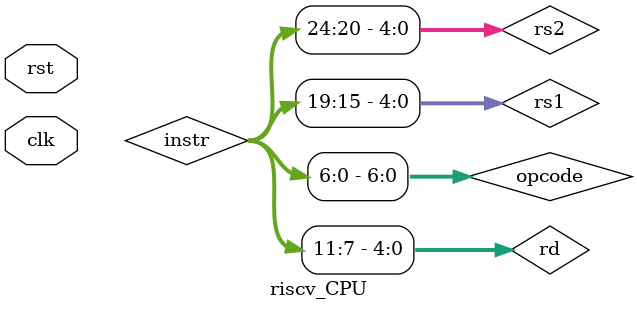
<source format=sv>
module riscv_CPU #(
    parameter ADDR_WIDTH = 12
)(
    input  logic clk,
    input  logic rst
);
    // ======================
    // Internal wires/signals
    // ======================
    logic [31:0] pc, pc_next, instr;
    logic [4:0]  rs1, rs2, rd;
    logic [2:0]  funct3;
    logic [6:0]  funct7, opcode;
    logic [31:0] rs1_data, rs2_data, rd_wdata;
    logic [31:0] imm, alu_out, mem_rdata;
    logic [3:0]  alu_ctrl;
    logic        alu_zero;

    // Control signals
    logic is_alu_src_imm, is_mem_read, is_mem_write, is_reg_write;
    logic is_branch, is_jal, is_jalr, is_lui, is_auipc;

    // ======================
    // Program Counter
    // ======================
    Program_Counter pc_unit (
        .clk(clk),
        .rst(rst),
        .pc_next(pc_next),
        .pc(pc)
    );

    // ======================
    // Instruction Memory
    // ======================
    Instruction_Memory #(.ADDR_WIDTH(ADDR_WIDTH)) imem (
        .addr(pc[ADDR_WIDTH+1:2]),
        .instr(instr)
    );

    // ======================
    // Instruction Decode
    // ======================
    assign opcode = instr[6:0];
    assign rd     = instr[11:7];
    assign funct3 = instr[14:12];
    assign rs1    = instr[19:15];
    assign rs2    = instr[24:20];
    assign funct7 = instr[31:25];

    // ======================
    // Register File
    // ======================
    Register_File regs (
        .clk(clk),
        .write_enable(is_reg_write),
        .rs1(rs1),
        .rs2(rs2),
        .rd(rd),
        .write_data(rd_wdata),
        .rs1_data(rs1_data),
        .rs2_data(rs2_data)
    );

    // ======================
    // Immediate Generator
    // ======================
    Immediate_Generator immu (
        .instr(instr),
        .imm(imm)
    );

    // ======================
    // Control Unit
    // ======================
    Control_Unit ctrl (
        .opcode(opcode),
        .funct3(funct3),
        .funct7(funct7),
        .alu_ctrl(alu_ctrl),
        .is_alu_src_imm(is_alu_src_imm),
        .is_mem_read(is_mem_read),
        .is_mem_write(is_mem_write),
        .is_reg_write(is_reg_write),
        .is_branch(is_branch),
        .is_jal(is_jal),
        .is_jalr(is_jalr),
        .is_lui(is_lui),
        .is_auipc(is_auipc)
    );

    // ======================
    // ALU
    // ======================
    ALU alu_unit (
        .a(rs1_data),
        .b(is_alu_src_imm ? imm : rs2_data),
        .alu_ctrl(alu_ctrl),
        .result(alu_out),
        .zero(alu_zero)
    );

    // ======================
    // Data Memory
    // ======================
    Data_Memory #(.ADDR_WIDTH(ADDR_WIDTH)) dmem (
        .clk(clk),
        .addr(alu_out[ADDR_WIDTH+1:2]),
        .Write_Data(rs2_data),
        .Read_Data(mem_rdata),
        .Write_Enable(is_mem_write)
    );

    // ======================
    // Next PC Logic
    // ======================
    always_comb begin
        pc_next = pc + 4;
        if (is_branch && (rs1_data == rs2_data)) pc_next = pc + imm; // BEQ
        if (is_jal)  pc_next = pc + imm;
        if (is_jalr) pc_next = (rs1_data + imm) & ~32'd1;
    end

    // ======================
    // Writeback Mux
    // ======================
    always_comb begin
        if (is_lui)         rd_wdata = imm;
        else if (is_auipc)  rd_wdata = pc + imm;
        else if (is_jal ||
                 is_jalr)   rd_wdata = pc + 4;
        else if (is_mem_read) rd_wdata = mem_rdata;
        else                rd_wdata = alu_out;
    end
	always_ff @(posedge clk) begin
		$display("PC=%0d INSTR=%h", pc, instr);
		$display("x1=%0d x2=%0d x3=%0d x4=%0d", rs1_data, rs2_data, alu_out, imm);
	end
	 
endmodule

</source>
